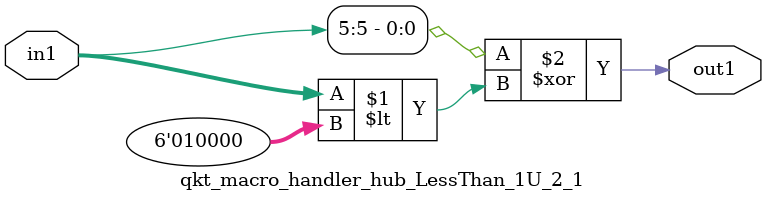
<source format=v>

`timescale 1ps / 1ps


module qkt_macro_handler_hub_LessThan_1U_2_1( in1, out1 );

    input [5:0] in1;
    output out1;

    
    // rtl_process:qkv_macro_handler_hub_LessThan_1U_11_1/qkv_macro_handler_hub_LessThan_1U_11_1_thread_1
    assign out1 = (in1[5] ^ in1 < 6'd16);

endmodule





</source>
